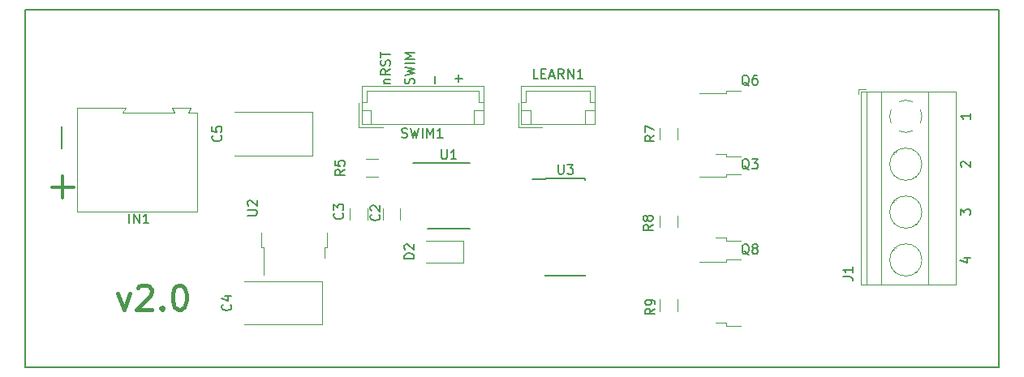
<source format=gbr>
G04 #@! TF.GenerationSoftware,KiCad,Pcbnew,(5.1.4-0)*
G04 #@! TF.CreationDate,2020-01-15T23:19:41+03:00*
G04 #@! TF.ProjectId,stl,73746c2e-6b69-4636-9164-5f7063625858,rev?*
G04 #@! TF.SameCoordinates,Original*
G04 #@! TF.FileFunction,Legend,Top*
G04 #@! TF.FilePolarity,Positive*
%FSLAX46Y46*%
G04 Gerber Fmt 4.6, Leading zero omitted, Abs format (unit mm)*
G04 Created by KiCad (PCBNEW (5.1.4-0)) date 2020-01-15 23:19:41*
%MOMM*%
%LPD*%
G04 APERTURE LIST*
%ADD10C,0.150000*%
%ADD11C,0.300000*%
%ADD12C,0.381000*%
%ADD13C,0.120000*%
G04 APERTURE END LIST*
D10*
X211427214Y-21281828D02*
X212093880Y-21281828D01*
X211522452Y-21281828D02*
X211474833Y-21234209D01*
X211427214Y-21138971D01*
X211427214Y-20996114D01*
X211474833Y-20900876D01*
X211570071Y-20853257D01*
X212093880Y-20853257D01*
X212093880Y-19805638D02*
X211617690Y-20138971D01*
X212093880Y-20377066D02*
X211093880Y-20377066D01*
X211093880Y-19996114D01*
X211141500Y-19900876D01*
X211189119Y-19853257D01*
X211284357Y-19805638D01*
X211427214Y-19805638D01*
X211522452Y-19853257D01*
X211570071Y-19900876D01*
X211617690Y-19996114D01*
X211617690Y-20377066D01*
X212046261Y-19424685D02*
X212093880Y-19281828D01*
X212093880Y-19043733D01*
X212046261Y-18948495D01*
X211998642Y-18900876D01*
X211903404Y-18853257D01*
X211808166Y-18853257D01*
X211712928Y-18900876D01*
X211665309Y-18948495D01*
X211617690Y-19043733D01*
X211570071Y-19234209D01*
X211522452Y-19329447D01*
X211474833Y-19377066D01*
X211379595Y-19424685D01*
X211284357Y-19424685D01*
X211189119Y-19377066D01*
X211141500Y-19329447D01*
X211093880Y-19234209D01*
X211093880Y-18996114D01*
X211141500Y-18853257D01*
X211093880Y-18567542D02*
X211093880Y-17996114D01*
X212093880Y-18281828D02*
X211093880Y-18281828D01*
X214546261Y-21329447D02*
X214593880Y-21186590D01*
X214593880Y-20948495D01*
X214546261Y-20853257D01*
X214498642Y-20805638D01*
X214403404Y-20758019D01*
X214308166Y-20758019D01*
X214212928Y-20805638D01*
X214165309Y-20853257D01*
X214117690Y-20948495D01*
X214070071Y-21138971D01*
X214022452Y-21234209D01*
X213974833Y-21281828D01*
X213879595Y-21329447D01*
X213784357Y-21329447D01*
X213689119Y-21281828D01*
X213641500Y-21234209D01*
X213593880Y-21138971D01*
X213593880Y-20900876D01*
X213641500Y-20758019D01*
X213593880Y-20424685D02*
X214593880Y-20186590D01*
X213879595Y-19996114D01*
X214593880Y-19805638D01*
X213593880Y-19567542D01*
X214593880Y-19186590D02*
X213593880Y-19186590D01*
X214593880Y-18710400D02*
X213593880Y-18710400D01*
X214308166Y-18377066D01*
X213593880Y-18043733D01*
X214593880Y-18043733D01*
X216712928Y-21281829D02*
X216712928Y-20519924D01*
X218828047Y-20773852D02*
X219589952Y-20773852D01*
X219209000Y-21154804D02*
X219209000Y-20392900D01*
X271946714Y-39523724D02*
X272613380Y-39523724D01*
X271565761Y-39761820D02*
X272280047Y-39999915D01*
X272280047Y-39380867D01*
X271613380Y-35047534D02*
X271613380Y-34428486D01*
X271994333Y-34761820D01*
X271994333Y-34618962D01*
X272041952Y-34523724D01*
X272089571Y-34476105D01*
X272184809Y-34428486D01*
X272422904Y-34428486D01*
X272518142Y-34476105D01*
X272565761Y-34523724D01*
X272613380Y-34618962D01*
X272613380Y-34904677D01*
X272565761Y-34999915D01*
X272518142Y-35047534D01*
X271708619Y-29999915D02*
X271661000Y-29952296D01*
X271613380Y-29857058D01*
X271613380Y-29618962D01*
X271661000Y-29523724D01*
X271708619Y-29476105D01*
X271803857Y-29428486D01*
X271899095Y-29428486D01*
X272041952Y-29476105D01*
X272613380Y-30047534D01*
X272613380Y-29428486D01*
X272613380Y-24428486D02*
X272613380Y-24999915D01*
X272613380Y-24714201D02*
X271613380Y-24714201D01*
X271756238Y-24809439D01*
X271851476Y-24904677D01*
X271899095Y-24999915D01*
X177836485Y-28041457D02*
X177836485Y-25755742D01*
D11*
X179069857Y-32116685D02*
X176784142Y-32116685D01*
X177927000Y-33259542D02*
X177927000Y-30973828D01*
D12*
X183681428Y-43195714D02*
X184286190Y-44889047D01*
X184890952Y-43195714D01*
X185737619Y-42590952D02*
X185858571Y-42470000D01*
X186100476Y-42349047D01*
X186705238Y-42349047D01*
X186947142Y-42470000D01*
X187068095Y-42590952D01*
X187189047Y-42832857D01*
X187189047Y-43074761D01*
X187068095Y-43437619D01*
X185616666Y-44889047D01*
X187189047Y-44889047D01*
X188277619Y-44647142D02*
X188398571Y-44768095D01*
X188277619Y-44889047D01*
X188156666Y-44768095D01*
X188277619Y-44647142D01*
X188277619Y-44889047D01*
X189970952Y-42349047D02*
X190212857Y-42349047D01*
X190454761Y-42470000D01*
X190575714Y-42590952D01*
X190696666Y-42832857D01*
X190817619Y-43316666D01*
X190817619Y-43921428D01*
X190696666Y-44405238D01*
X190575714Y-44647142D01*
X190454761Y-44768095D01*
X190212857Y-44889047D01*
X189970952Y-44889047D01*
X189729047Y-44768095D01*
X189608095Y-44647142D01*
X189487142Y-44405238D01*
X189366190Y-43921428D01*
X189366190Y-43316666D01*
X189487142Y-42832857D01*
X189608095Y-42590952D01*
X189729047Y-42470000D01*
X189970952Y-42349047D01*
D10*
X275590000Y-50927000D02*
X173990000Y-50927000D01*
X173990000Y-13589000D02*
X173990000Y-50927000D01*
X275590000Y-13589000D02*
X173990000Y-13589000D01*
X275590000Y-13589000D02*
X275590000Y-50927000D01*
D13*
G04 #@! TO.C,J1*
X264352444Y-25397518D02*
G75*
G02X264207200Y-24714200I1534756J683318D01*
G01*
X266570242Y-26249626D02*
G75*
G02X265203200Y-26249200I-683042J1535426D01*
G01*
X267422626Y-24031158D02*
G75*
G02X267422200Y-25398200I-1535426J-683042D01*
G01*
X265204158Y-23178774D02*
G75*
G02X266571200Y-23179200I683042J-1535426D01*
G01*
X264206947Y-24743005D02*
G75*
G02X264352200Y-24030200I1680253J28805D01*
G01*
X267567200Y-29714200D02*
G75*
G03X267567200Y-29714200I-1680000J0D01*
G01*
X267567200Y-34714200D02*
G75*
G03X267567200Y-34714200I-1680000J0D01*
G01*
X267567200Y-39714200D02*
G75*
G03X267567200Y-39714200I-1680000J0D01*
G01*
X261787200Y-22154200D02*
X261787200Y-42275200D01*
X263287200Y-22154200D02*
X263287200Y-42275200D01*
X268188200Y-22154200D02*
X268188200Y-42275200D01*
X271148200Y-22154200D02*
X271148200Y-42275200D01*
X261227200Y-22154200D02*
X261227200Y-42275200D01*
X271148200Y-22154200D02*
X261227200Y-22154200D01*
X271148200Y-42275200D02*
X261227200Y-42275200D01*
X266956200Y-30989200D02*
X266910200Y-30942200D01*
X264648200Y-28680200D02*
X264613200Y-28645200D01*
X267162200Y-30784200D02*
X267126200Y-30749200D01*
X264864200Y-28487200D02*
X264818200Y-28440200D01*
X266956200Y-35989200D02*
X266910200Y-35942200D01*
X264648200Y-33680200D02*
X264613200Y-33645200D01*
X267162200Y-35784200D02*
X267126200Y-35749200D01*
X264864200Y-33487200D02*
X264818200Y-33440200D01*
X266956200Y-40989200D02*
X266910200Y-40942200D01*
X264648200Y-38680200D02*
X264613200Y-38645200D01*
X267162200Y-40784200D02*
X267126200Y-40749200D01*
X264864200Y-38487200D02*
X264818200Y-38440200D01*
X261727200Y-21914200D02*
X260987200Y-21914200D01*
X260987200Y-21914200D02*
X260987200Y-22414200D01*
G04 #@! TO.C,D2*
X215810000Y-39985000D02*
X219695000Y-39985000D01*
X219695000Y-39985000D02*
X219695000Y-37715000D01*
X219695000Y-37715000D02*
X215810000Y-37715000D01*
G04 #@! TO.C,Q6*
X248661200Y-22026200D02*
X247161200Y-22026200D01*
X247161200Y-22026200D02*
X247161200Y-22296200D01*
X247161200Y-22296200D02*
X244331200Y-22296200D01*
X248661200Y-28926200D02*
X247161200Y-28926200D01*
X247161200Y-28926200D02*
X247161200Y-28656200D01*
X247161200Y-28656200D02*
X246061200Y-28656200D01*
G04 #@! TO.C,Q8*
X247161200Y-46309200D02*
X246061200Y-46309200D01*
X247161200Y-46579200D02*
X247161200Y-46309200D01*
X248661200Y-46579200D02*
X247161200Y-46579200D01*
X247161200Y-39949200D02*
X244331200Y-39949200D01*
X247161200Y-39679200D02*
X247161200Y-39949200D01*
X248661200Y-39679200D02*
X247161200Y-39679200D01*
G04 #@! TO.C,Q3*
X247161200Y-37419200D02*
X246061200Y-37419200D01*
X247161200Y-37689200D02*
X247161200Y-37419200D01*
X248661200Y-37689200D02*
X247161200Y-37689200D01*
X247161200Y-31059200D02*
X244331200Y-31059200D01*
X247161200Y-30789200D02*
X247161200Y-31059200D01*
X248661200Y-30789200D02*
X247161200Y-30789200D01*
G04 #@! TO.C,C2*
X211307000Y-34322936D02*
X211307000Y-35527064D01*
X213127000Y-34322936D02*
X213127000Y-35527064D01*
G04 #@! TO.C,C3*
X209698000Y-34322936D02*
X209698000Y-35527064D01*
X207878000Y-34322936D02*
X207878000Y-35527064D01*
G04 #@! TO.C,C4*
X196883000Y-46456000D02*
X204943000Y-46456000D01*
X204943000Y-46456000D02*
X204943000Y-41936000D01*
X204943000Y-41936000D02*
X196883000Y-41936000D01*
G04 #@! TO.C,C5*
X203927000Y-24283000D02*
X195867000Y-24283000D01*
X203927000Y-28803000D02*
X203927000Y-24283000D01*
X195867000Y-28803000D02*
X203927000Y-28803000D01*
G04 #@! TO.C,LEARN1*
X225736000Y-21531000D02*
X225736000Y-25551000D01*
X225736000Y-25551000D02*
X233456000Y-25551000D01*
X233456000Y-25551000D02*
X233456000Y-21531000D01*
X233456000Y-21531000D02*
X225736000Y-21531000D01*
X225736000Y-23241000D02*
X226236000Y-23241000D01*
X226236000Y-23241000D02*
X226236000Y-22031000D01*
X226236000Y-22031000D02*
X232956000Y-22031000D01*
X232956000Y-22031000D02*
X232956000Y-23241000D01*
X232956000Y-23241000D02*
X233456000Y-23241000D01*
X225736000Y-24051000D02*
X226736000Y-24051000D01*
X226736000Y-24051000D02*
X226736000Y-25551000D01*
X233456000Y-24051000D02*
X232456000Y-24051000D01*
X232456000Y-24051000D02*
X232456000Y-25551000D01*
X225436000Y-23351000D02*
X225436000Y-25851000D01*
X225436000Y-25851000D02*
X227936000Y-25851000D01*
G04 #@! TO.C,SWIM1*
X209099000Y-21531000D02*
X209099000Y-25551000D01*
X209099000Y-25551000D02*
X221819000Y-25551000D01*
X221819000Y-25551000D02*
X221819000Y-21531000D01*
X221819000Y-21531000D02*
X209099000Y-21531000D01*
X209099000Y-23241000D02*
X209599000Y-23241000D01*
X209599000Y-23241000D02*
X209599000Y-22031000D01*
X209599000Y-22031000D02*
X221319000Y-22031000D01*
X221319000Y-22031000D02*
X221319000Y-23241000D01*
X221319000Y-23241000D02*
X221819000Y-23241000D01*
X209099000Y-24051000D02*
X210099000Y-24051000D01*
X210099000Y-24051000D02*
X210099000Y-25551000D01*
X221819000Y-24051000D02*
X220819000Y-24051000D01*
X220819000Y-24051000D02*
X220819000Y-25551000D01*
X208799000Y-23351000D02*
X208799000Y-25851000D01*
X208799000Y-25851000D02*
X211299000Y-25851000D01*
D10*
G04 #@! TO.C,U3*
X228303000Y-31221600D02*
X228303000Y-31246600D01*
X232453000Y-31221600D02*
X232453000Y-31326600D01*
X232453000Y-41371600D02*
X232453000Y-41266600D01*
X228303000Y-41371600D02*
X228303000Y-41266600D01*
X228303000Y-31221600D02*
X232453000Y-31221600D01*
X228303000Y-41371600D02*
X232453000Y-41371600D01*
X228303000Y-31246600D02*
X226928000Y-31246600D01*
G04 #@! TO.C,U1*
X215961000Y-36470000D02*
X220411000Y-36470000D01*
X214436000Y-29570000D02*
X220411000Y-29570000D01*
D13*
G04 #@! TO.C,U2*
X198607000Y-36911000D02*
X198607000Y-38411000D01*
X198607000Y-38411000D02*
X198877000Y-38411000D01*
X198877000Y-38411000D02*
X198877000Y-41241000D01*
X205507000Y-36911000D02*
X205507000Y-38411000D01*
X205507000Y-38411000D02*
X205237000Y-38411000D01*
X205237000Y-38411000D02*
X205237000Y-39511000D01*
G04 #@! TO.C,R9*
X242032200Y-43847936D02*
X242032200Y-45052064D01*
X240212200Y-43847936D02*
X240212200Y-45052064D01*
G04 #@! TO.C,R8*
X240212200Y-35084936D02*
X240212200Y-36289064D01*
X242032200Y-35084936D02*
X242032200Y-36289064D01*
G04 #@! TO.C,R7*
X242032200Y-25940936D02*
X242032200Y-27145064D01*
X240212200Y-25940936D02*
X240212200Y-27145064D01*
G04 #@! TO.C,R5*
X210787064Y-31009000D02*
X209582936Y-31009000D01*
X210787064Y-29189000D02*
X209582936Y-29189000D01*
G04 #@! TO.C,IN1*
X179374000Y-34654000D02*
X191974000Y-34654000D01*
X191974000Y-34654000D02*
X191974000Y-24304000D01*
X191974000Y-24304000D02*
X191024000Y-24304000D01*
X191024000Y-24304000D02*
X191274000Y-23804000D01*
X191274000Y-23804000D02*
X189374000Y-23804000D01*
X189374000Y-23804000D02*
X189324000Y-23804000D01*
X189324000Y-23804000D02*
X189574000Y-24304000D01*
X189574000Y-24304000D02*
X184174000Y-24304000D01*
X184174000Y-24304000D02*
X184474000Y-23804000D01*
X184474000Y-23804000D02*
X179374000Y-23804000D01*
X179374000Y-23804000D02*
X179374000Y-34654000D01*
G04 #@! TD*
G04 #@! TO.C,J1*
D10*
X259332380Y-41443333D02*
X260046666Y-41443333D01*
X260189523Y-41490952D01*
X260284761Y-41586190D01*
X260332380Y-41729047D01*
X260332380Y-41824285D01*
X260332380Y-40443333D02*
X260332380Y-41014761D01*
X260332380Y-40729047D02*
X259332380Y-40729047D01*
X259475238Y-40824285D01*
X259570476Y-40919523D01*
X259618095Y-41014761D01*
G04 #@! TO.C,D2*
X214560380Y-39588095D02*
X213560380Y-39588095D01*
X213560380Y-39350000D01*
X213608000Y-39207142D01*
X213703238Y-39111904D01*
X213798476Y-39064285D01*
X213988952Y-39016666D01*
X214131809Y-39016666D01*
X214322285Y-39064285D01*
X214417523Y-39111904D01*
X214512761Y-39207142D01*
X214560380Y-39350000D01*
X214560380Y-39588095D01*
X213655619Y-38635714D02*
X213608000Y-38588095D01*
X213560380Y-38492857D01*
X213560380Y-38254761D01*
X213608000Y-38159523D01*
X213655619Y-38111904D01*
X213750857Y-38064285D01*
X213846095Y-38064285D01*
X213988952Y-38111904D01*
X214560380Y-38683333D01*
X214560380Y-38064285D01*
G04 #@! TO.C,Q6*
X249535961Y-21523819D02*
X249440723Y-21476200D01*
X249345485Y-21380961D01*
X249202628Y-21238104D01*
X249107390Y-21190485D01*
X249012152Y-21190485D01*
X249059771Y-21428580D02*
X248964533Y-21380961D01*
X248869295Y-21285723D01*
X248821676Y-21095247D01*
X248821676Y-20761914D01*
X248869295Y-20571438D01*
X248964533Y-20476200D01*
X249059771Y-20428580D01*
X249250247Y-20428580D01*
X249345485Y-20476200D01*
X249440723Y-20571438D01*
X249488342Y-20761914D01*
X249488342Y-21095247D01*
X249440723Y-21285723D01*
X249345485Y-21380961D01*
X249250247Y-21428580D01*
X249059771Y-21428580D01*
X250345485Y-20428580D02*
X250155009Y-20428580D01*
X250059771Y-20476200D01*
X250012152Y-20523819D01*
X249916914Y-20666676D01*
X249869295Y-20857152D01*
X249869295Y-21238104D01*
X249916914Y-21333342D01*
X249964533Y-21380961D01*
X250059771Y-21428580D01*
X250250247Y-21428580D01*
X250345485Y-21380961D01*
X250393104Y-21333342D01*
X250440723Y-21238104D01*
X250440723Y-21000009D01*
X250393104Y-20904771D01*
X250345485Y-20857152D01*
X250250247Y-20809533D01*
X250059771Y-20809533D01*
X249964533Y-20857152D01*
X249916914Y-20904771D01*
X249869295Y-21000009D01*
G04 #@! TO.C,Q8*
X249535961Y-39176819D02*
X249440723Y-39129200D01*
X249345485Y-39033961D01*
X249202628Y-38891104D01*
X249107390Y-38843485D01*
X249012152Y-38843485D01*
X249059771Y-39081580D02*
X248964533Y-39033961D01*
X248869295Y-38938723D01*
X248821676Y-38748247D01*
X248821676Y-38414914D01*
X248869295Y-38224438D01*
X248964533Y-38129200D01*
X249059771Y-38081580D01*
X249250247Y-38081580D01*
X249345485Y-38129200D01*
X249440723Y-38224438D01*
X249488342Y-38414914D01*
X249488342Y-38748247D01*
X249440723Y-38938723D01*
X249345485Y-39033961D01*
X249250247Y-39081580D01*
X249059771Y-39081580D01*
X250059771Y-38510152D02*
X249964533Y-38462533D01*
X249916914Y-38414914D01*
X249869295Y-38319676D01*
X249869295Y-38272057D01*
X249916914Y-38176819D01*
X249964533Y-38129200D01*
X250059771Y-38081580D01*
X250250247Y-38081580D01*
X250345485Y-38129200D01*
X250393104Y-38176819D01*
X250440723Y-38272057D01*
X250440723Y-38319676D01*
X250393104Y-38414914D01*
X250345485Y-38462533D01*
X250250247Y-38510152D01*
X250059771Y-38510152D01*
X249964533Y-38557771D01*
X249916914Y-38605390D01*
X249869295Y-38700628D01*
X249869295Y-38891104D01*
X249916914Y-38986342D01*
X249964533Y-39033961D01*
X250059771Y-39081580D01*
X250250247Y-39081580D01*
X250345485Y-39033961D01*
X250393104Y-38986342D01*
X250440723Y-38891104D01*
X250440723Y-38700628D01*
X250393104Y-38605390D01*
X250345485Y-38557771D01*
X250250247Y-38510152D01*
G04 #@! TO.C,Q3*
X249535961Y-30286819D02*
X249440723Y-30239200D01*
X249345485Y-30143961D01*
X249202628Y-30001104D01*
X249107390Y-29953485D01*
X249012152Y-29953485D01*
X249059771Y-30191580D02*
X248964533Y-30143961D01*
X248869295Y-30048723D01*
X248821676Y-29858247D01*
X248821676Y-29524914D01*
X248869295Y-29334438D01*
X248964533Y-29239200D01*
X249059771Y-29191580D01*
X249250247Y-29191580D01*
X249345485Y-29239200D01*
X249440723Y-29334438D01*
X249488342Y-29524914D01*
X249488342Y-29858247D01*
X249440723Y-30048723D01*
X249345485Y-30143961D01*
X249250247Y-30191580D01*
X249059771Y-30191580D01*
X249821676Y-29191580D02*
X250440723Y-29191580D01*
X250107390Y-29572533D01*
X250250247Y-29572533D01*
X250345485Y-29620152D01*
X250393104Y-29667771D01*
X250440723Y-29763009D01*
X250440723Y-30001104D01*
X250393104Y-30096342D01*
X250345485Y-30143961D01*
X250250247Y-30191580D01*
X249964533Y-30191580D01*
X249869295Y-30143961D01*
X249821676Y-30096342D01*
G04 #@! TO.C,C2*
X210923142Y-34964666D02*
X210970761Y-35012285D01*
X211018380Y-35155142D01*
X211018380Y-35250380D01*
X210970761Y-35393238D01*
X210875523Y-35488476D01*
X210780285Y-35536095D01*
X210589809Y-35583714D01*
X210446952Y-35583714D01*
X210256476Y-35536095D01*
X210161238Y-35488476D01*
X210066000Y-35393238D01*
X210018380Y-35250380D01*
X210018380Y-35155142D01*
X210066000Y-35012285D01*
X210113619Y-34964666D01*
X210113619Y-34583714D02*
X210066000Y-34536095D01*
X210018380Y-34440857D01*
X210018380Y-34202761D01*
X210066000Y-34107523D01*
X210113619Y-34059904D01*
X210208857Y-34012285D01*
X210304095Y-34012285D01*
X210446952Y-34059904D01*
X211018380Y-34631333D01*
X211018380Y-34012285D01*
G04 #@! TO.C,C3*
X207113142Y-34837666D02*
X207160761Y-34885285D01*
X207208380Y-35028142D01*
X207208380Y-35123380D01*
X207160761Y-35266238D01*
X207065523Y-35361476D01*
X206970285Y-35409095D01*
X206779809Y-35456714D01*
X206636952Y-35456714D01*
X206446476Y-35409095D01*
X206351238Y-35361476D01*
X206256000Y-35266238D01*
X206208380Y-35123380D01*
X206208380Y-35028142D01*
X206256000Y-34885285D01*
X206303619Y-34837666D01*
X206208380Y-34504333D02*
X206208380Y-33885285D01*
X206589333Y-34218619D01*
X206589333Y-34075761D01*
X206636952Y-33980523D01*
X206684571Y-33932904D01*
X206779809Y-33885285D01*
X207017904Y-33885285D01*
X207113142Y-33932904D01*
X207160761Y-33980523D01*
X207208380Y-34075761D01*
X207208380Y-34361476D01*
X207160761Y-34456714D01*
X207113142Y-34504333D01*
G04 #@! TO.C,C4*
X195429142Y-44362666D02*
X195476761Y-44410285D01*
X195524380Y-44553142D01*
X195524380Y-44648380D01*
X195476761Y-44791238D01*
X195381523Y-44886476D01*
X195286285Y-44934095D01*
X195095809Y-44981714D01*
X194952952Y-44981714D01*
X194762476Y-44934095D01*
X194667238Y-44886476D01*
X194572000Y-44791238D01*
X194524380Y-44648380D01*
X194524380Y-44553142D01*
X194572000Y-44410285D01*
X194619619Y-44362666D01*
X194857714Y-43505523D02*
X195524380Y-43505523D01*
X194476761Y-43743619D02*
X195191047Y-43981714D01*
X195191047Y-43362666D01*
G04 #@! TO.C,C5*
X194413142Y-26709666D02*
X194460761Y-26757285D01*
X194508380Y-26900142D01*
X194508380Y-26995380D01*
X194460761Y-27138238D01*
X194365523Y-27233476D01*
X194270285Y-27281095D01*
X194079809Y-27328714D01*
X193936952Y-27328714D01*
X193746476Y-27281095D01*
X193651238Y-27233476D01*
X193556000Y-27138238D01*
X193508380Y-26995380D01*
X193508380Y-26900142D01*
X193556000Y-26757285D01*
X193603619Y-26709666D01*
X193508380Y-25804904D02*
X193508380Y-26281095D01*
X193984571Y-26328714D01*
X193936952Y-26281095D01*
X193889333Y-26185857D01*
X193889333Y-25947761D01*
X193936952Y-25852523D01*
X193984571Y-25804904D01*
X194079809Y-25757285D01*
X194317904Y-25757285D01*
X194413142Y-25804904D01*
X194460761Y-25852523D01*
X194508380Y-25947761D01*
X194508380Y-26185857D01*
X194460761Y-26281095D01*
X194413142Y-26328714D01*
G04 #@! TO.C,LEARN1*
X227524571Y-20772380D02*
X227048380Y-20772380D01*
X227048380Y-19772380D01*
X227857904Y-20248571D02*
X228191238Y-20248571D01*
X228334095Y-20772380D02*
X227857904Y-20772380D01*
X227857904Y-19772380D01*
X228334095Y-19772380D01*
X228715047Y-20486666D02*
X229191238Y-20486666D01*
X228619809Y-20772380D02*
X228953142Y-19772380D01*
X229286476Y-20772380D01*
X230191238Y-20772380D02*
X229857904Y-20296190D01*
X229619809Y-20772380D02*
X229619809Y-19772380D01*
X230000761Y-19772380D01*
X230096000Y-19820000D01*
X230143619Y-19867619D01*
X230191238Y-19962857D01*
X230191238Y-20105714D01*
X230143619Y-20200952D01*
X230096000Y-20248571D01*
X230000761Y-20296190D01*
X229619809Y-20296190D01*
X230619809Y-20772380D02*
X230619809Y-19772380D01*
X231191238Y-20772380D01*
X231191238Y-19772380D01*
X232191238Y-20772380D02*
X231619809Y-20772380D01*
X231905523Y-20772380D02*
X231905523Y-19772380D01*
X231810285Y-19915238D01*
X231715047Y-20010476D01*
X231619809Y-20058095D01*
G04 #@! TO.C,SWIM1*
X213299942Y-26896961D02*
X213442800Y-26944580D01*
X213680895Y-26944580D01*
X213776133Y-26896961D01*
X213823752Y-26849342D01*
X213871371Y-26754104D01*
X213871371Y-26658866D01*
X213823752Y-26563628D01*
X213776133Y-26516009D01*
X213680895Y-26468390D01*
X213490419Y-26420771D01*
X213395180Y-26373152D01*
X213347561Y-26325533D01*
X213299942Y-26230295D01*
X213299942Y-26135057D01*
X213347561Y-26039819D01*
X213395180Y-25992200D01*
X213490419Y-25944580D01*
X213728514Y-25944580D01*
X213871371Y-25992200D01*
X214204704Y-25944580D02*
X214442800Y-26944580D01*
X214633276Y-26230295D01*
X214823752Y-26944580D01*
X215061847Y-25944580D01*
X215442800Y-26944580D02*
X215442800Y-25944580D01*
X215918990Y-26944580D02*
X215918990Y-25944580D01*
X216252323Y-26658866D01*
X216585657Y-25944580D01*
X216585657Y-26944580D01*
X217585657Y-26944580D02*
X217014228Y-26944580D01*
X217299942Y-26944580D02*
X217299942Y-25944580D01*
X217204704Y-26087438D01*
X217109466Y-26182676D01*
X217014228Y-26230295D01*
G04 #@! TO.C,U3*
X229616095Y-29748980D02*
X229616095Y-30558504D01*
X229663714Y-30653742D01*
X229711333Y-30701361D01*
X229806571Y-30748980D01*
X229997047Y-30748980D01*
X230092285Y-30701361D01*
X230139904Y-30653742D01*
X230187523Y-30558504D01*
X230187523Y-29748980D01*
X230568476Y-29748980D02*
X231187523Y-29748980D01*
X230854190Y-30129933D01*
X230997047Y-30129933D01*
X231092285Y-30177552D01*
X231139904Y-30225171D01*
X231187523Y-30320409D01*
X231187523Y-30558504D01*
X231139904Y-30653742D01*
X231092285Y-30701361D01*
X230997047Y-30748980D01*
X230711333Y-30748980D01*
X230616095Y-30701361D01*
X230568476Y-30653742D01*
G04 #@! TO.C,U1*
X217424095Y-28172380D02*
X217424095Y-28981904D01*
X217471714Y-29077142D01*
X217519333Y-29124761D01*
X217614571Y-29172380D01*
X217805047Y-29172380D01*
X217900285Y-29124761D01*
X217947904Y-29077142D01*
X217995523Y-28981904D01*
X217995523Y-28172380D01*
X218995523Y-29172380D02*
X218424095Y-29172380D01*
X218709809Y-29172380D02*
X218709809Y-28172380D01*
X218614571Y-28315238D01*
X218519333Y-28410476D01*
X218424095Y-28458095D01*
G04 #@! TO.C,U2*
X197191380Y-35051904D02*
X198000904Y-35051904D01*
X198096142Y-35004285D01*
X198143761Y-34956666D01*
X198191380Y-34861428D01*
X198191380Y-34670952D01*
X198143761Y-34575714D01*
X198096142Y-34528095D01*
X198000904Y-34480476D01*
X197191380Y-34480476D01*
X197286619Y-34051904D02*
X197239000Y-34004285D01*
X197191380Y-33909047D01*
X197191380Y-33670952D01*
X197239000Y-33575714D01*
X197286619Y-33528095D01*
X197381857Y-33480476D01*
X197477095Y-33480476D01*
X197619952Y-33528095D01*
X198191380Y-34099523D01*
X198191380Y-33480476D01*
G04 #@! TO.C,R9*
X239702380Y-44806666D02*
X239226190Y-45140000D01*
X239702380Y-45378095D02*
X238702380Y-45378095D01*
X238702380Y-44997142D01*
X238750000Y-44901904D01*
X238797619Y-44854285D01*
X238892857Y-44806666D01*
X239035714Y-44806666D01*
X239130952Y-44854285D01*
X239178571Y-44901904D01*
X239226190Y-44997142D01*
X239226190Y-45378095D01*
X239702380Y-44330476D02*
X239702380Y-44140000D01*
X239654761Y-44044761D01*
X239607142Y-43997142D01*
X239464285Y-43901904D01*
X239273809Y-43854285D01*
X238892857Y-43854285D01*
X238797619Y-43901904D01*
X238750000Y-43949523D01*
X238702380Y-44044761D01*
X238702380Y-44235238D01*
X238750000Y-44330476D01*
X238797619Y-44378095D01*
X238892857Y-44425714D01*
X239130952Y-44425714D01*
X239226190Y-44378095D01*
X239273809Y-44330476D01*
X239321428Y-44235238D01*
X239321428Y-44044761D01*
X239273809Y-43949523D01*
X239226190Y-43901904D01*
X239130952Y-43854285D01*
G04 #@! TO.C,R8*
X239492380Y-36026666D02*
X239016190Y-36360000D01*
X239492380Y-36598095D02*
X238492380Y-36598095D01*
X238492380Y-36217142D01*
X238540000Y-36121904D01*
X238587619Y-36074285D01*
X238682857Y-36026666D01*
X238825714Y-36026666D01*
X238920952Y-36074285D01*
X238968571Y-36121904D01*
X239016190Y-36217142D01*
X239016190Y-36598095D01*
X238920952Y-35455238D02*
X238873333Y-35550476D01*
X238825714Y-35598095D01*
X238730476Y-35645714D01*
X238682857Y-35645714D01*
X238587619Y-35598095D01*
X238540000Y-35550476D01*
X238492380Y-35455238D01*
X238492380Y-35264761D01*
X238540000Y-35169523D01*
X238587619Y-35121904D01*
X238682857Y-35074285D01*
X238730476Y-35074285D01*
X238825714Y-35121904D01*
X238873333Y-35169523D01*
X238920952Y-35264761D01*
X238920952Y-35455238D01*
X238968571Y-35550476D01*
X239016190Y-35598095D01*
X239111428Y-35645714D01*
X239301904Y-35645714D01*
X239397142Y-35598095D01*
X239444761Y-35550476D01*
X239492380Y-35455238D01*
X239492380Y-35264761D01*
X239444761Y-35169523D01*
X239397142Y-35121904D01*
X239301904Y-35074285D01*
X239111428Y-35074285D01*
X239016190Y-35121904D01*
X238968571Y-35169523D01*
X238920952Y-35264761D01*
G04 #@! TO.C,R7*
X239642380Y-26726666D02*
X239166190Y-27060000D01*
X239642380Y-27298095D02*
X238642380Y-27298095D01*
X238642380Y-26917142D01*
X238690000Y-26821904D01*
X238737619Y-26774285D01*
X238832857Y-26726666D01*
X238975714Y-26726666D01*
X239070952Y-26774285D01*
X239118571Y-26821904D01*
X239166190Y-26917142D01*
X239166190Y-27298095D01*
X238642380Y-26393333D02*
X238642380Y-25726666D01*
X239642380Y-26155238D01*
G04 #@! TO.C,R5*
X207335380Y-30265666D02*
X206859190Y-30599000D01*
X207335380Y-30837095D02*
X206335380Y-30837095D01*
X206335380Y-30456142D01*
X206383000Y-30360904D01*
X206430619Y-30313285D01*
X206525857Y-30265666D01*
X206668714Y-30265666D01*
X206763952Y-30313285D01*
X206811571Y-30360904D01*
X206859190Y-30456142D01*
X206859190Y-30837095D01*
X206335380Y-29360904D02*
X206335380Y-29837095D01*
X206811571Y-29884714D01*
X206763952Y-29837095D01*
X206716333Y-29741857D01*
X206716333Y-29503761D01*
X206763952Y-29408523D01*
X206811571Y-29360904D01*
X206906809Y-29313285D01*
X207144904Y-29313285D01*
X207240142Y-29360904D01*
X207287761Y-29408523D01*
X207335380Y-29503761D01*
X207335380Y-29741857D01*
X207287761Y-29837095D01*
X207240142Y-29884714D01*
G04 #@! TO.C,IN1*
X184851800Y-35885380D02*
X184851800Y-34885380D01*
X185327990Y-35885380D02*
X185327990Y-34885380D01*
X185899419Y-35885380D01*
X185899419Y-34885380D01*
X186899419Y-35885380D02*
X186327990Y-35885380D01*
X186613704Y-35885380D02*
X186613704Y-34885380D01*
X186518466Y-35028238D01*
X186423228Y-35123476D01*
X186327990Y-35171095D01*
G04 #@! TD*
M02*

</source>
